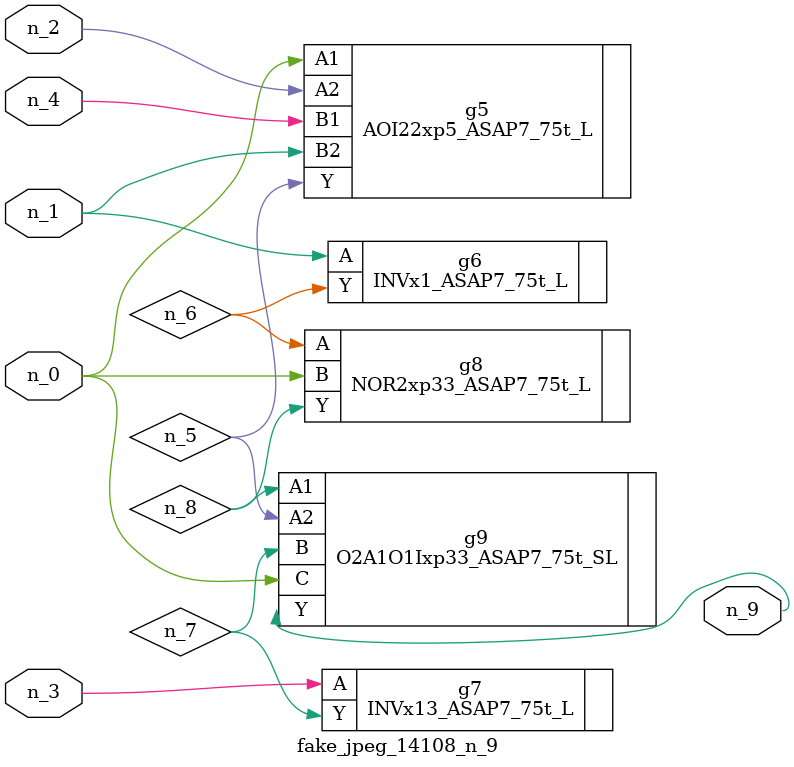
<source format=v>
module fake_jpeg_14108_n_9 (n_3, n_2, n_1, n_0, n_4, n_9);

input n_3;
input n_2;
input n_1;
input n_0;
input n_4;

output n_9;

wire n_8;
wire n_6;
wire n_5;
wire n_7;

AOI22xp5_ASAP7_75t_L g5 ( 
.A1(n_0),
.A2(n_2),
.B1(n_4),
.B2(n_1),
.Y(n_5)
);

INVx1_ASAP7_75t_L g6 ( 
.A(n_1),
.Y(n_6)
);

INVx13_ASAP7_75t_L g7 ( 
.A(n_3),
.Y(n_7)
);

NOR2xp33_ASAP7_75t_L g8 ( 
.A(n_6),
.B(n_0),
.Y(n_8)
);

O2A1O1Ixp33_ASAP7_75t_SL g9 ( 
.A1(n_8),
.A2(n_5),
.B(n_7),
.C(n_0),
.Y(n_9)
);


endmodule
</source>
